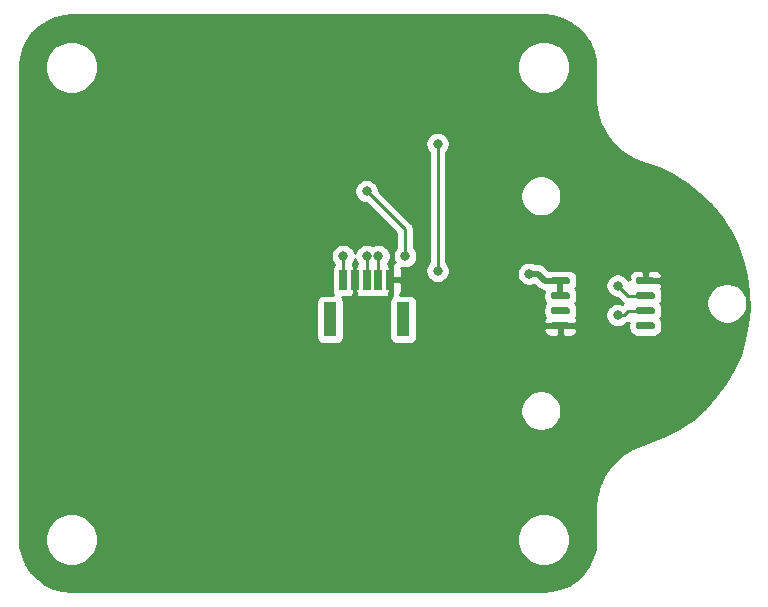
<source format=gbr>
%TF.GenerationSoftware,KiCad,Pcbnew,(5.1.6)-1*%
%TF.CreationDate,2021-12-10T22:34:56-05:00*%
%TF.ProjectId,base,62617365-2e6b-4696-9361-645f70636258,rev?*%
%TF.SameCoordinates,Original*%
%TF.FileFunction,Copper,L1,Top*%
%TF.FilePolarity,Positive*%
%FSLAX46Y46*%
G04 Gerber Fmt 4.6, Leading zero omitted, Abs format (unit mm)*
G04 Created by KiCad (PCBNEW (5.1.6)-1) date 2021-12-10 22:34:56*
%MOMM*%
%LPD*%
G01*
G04 APERTURE LIST*
%TA.AperFunction,SMDPad,CuDef*%
%ADD10R,1.092200X2.895600*%
%TD*%
%TA.AperFunction,SMDPad,CuDef*%
%ADD11R,0.660400X1.701800*%
%TD*%
%TA.AperFunction,ViaPad*%
%ADD12C,0.800000*%
%TD*%
%TA.AperFunction,Conductor*%
%ADD13C,0.500000*%
%TD*%
%TA.AperFunction,Conductor*%
%ADD14C,0.250000*%
%TD*%
%TA.AperFunction,Conductor*%
%ADD15C,0.254000*%
%TD*%
G04 APERTURE END LIST*
D10*
%TO.P,J1,7*%
%TO.N,N/C*%
X150099999Y-97373501D03*
%TO.P,J1,6*%
X143900001Y-97373501D03*
D11*
%TO.P,J1,5*%
%TO.N,+3V3*%
X144999999Y-94023500D03*
%TO.P,J1,4*%
%TO.N,GND*%
X145999999Y-94023500D03*
%TO.P,J1,3*%
%TO.N,SCL*%
X147000000Y-94023500D03*
%TO.P,J1,2*%
%TO.N,SDA2*%
X148000001Y-94023500D03*
%TO.P,J1,1*%
%TO.N,GND*%
X149000001Y-94023500D03*
%TD*%
%TO.P,U3,1*%
%TO.N,+3V3*%
%TA.AperFunction,SMDPad,CuDef*%
G36*
G01*
X162600000Y-94245000D02*
X162600000Y-93945000D01*
G75*
G02*
X162750000Y-93795000I150000J0D01*
G01*
X164050000Y-93795000D01*
G75*
G02*
X164200000Y-93945000I0J-150000D01*
G01*
X164200000Y-94245000D01*
G75*
G02*
X164050000Y-94395000I-150000J0D01*
G01*
X162750000Y-94395000D01*
G75*
G02*
X162600000Y-94245000I0J150000D01*
G01*
G37*
%TD.AperFunction*%
%TO.P,U3,2*%
%TA.AperFunction,SMDPad,CuDef*%
G36*
G01*
X162600000Y-95515000D02*
X162600000Y-95215000D01*
G75*
G02*
X162750000Y-95065000I150000J0D01*
G01*
X164050000Y-95065000D01*
G75*
G02*
X164200000Y-95215000I0J-150000D01*
G01*
X164200000Y-95515000D01*
G75*
G02*
X164050000Y-95665000I-150000J0D01*
G01*
X162750000Y-95665000D01*
G75*
G02*
X162600000Y-95515000I0J150000D01*
G01*
G37*
%TD.AperFunction*%
%TO.P,U3,3*%
%TO.N,Net-(U3-Pad3)*%
%TA.AperFunction,SMDPad,CuDef*%
G36*
G01*
X162600000Y-96785000D02*
X162600000Y-96485000D01*
G75*
G02*
X162750000Y-96335000I150000J0D01*
G01*
X164050000Y-96335000D01*
G75*
G02*
X164200000Y-96485000I0J-150000D01*
G01*
X164200000Y-96785000D01*
G75*
G02*
X164050000Y-96935000I-150000J0D01*
G01*
X162750000Y-96935000D01*
G75*
G02*
X162600000Y-96785000I0J150000D01*
G01*
G37*
%TD.AperFunction*%
%TO.P,U3,4*%
%TO.N,GND*%
%TA.AperFunction,SMDPad,CuDef*%
G36*
G01*
X162600000Y-98055000D02*
X162600000Y-97755000D01*
G75*
G02*
X162750000Y-97605000I150000J0D01*
G01*
X164050000Y-97605000D01*
G75*
G02*
X164200000Y-97755000I0J-150000D01*
G01*
X164200000Y-98055000D01*
G75*
G02*
X164050000Y-98205000I-150000J0D01*
G01*
X162750000Y-98205000D01*
G75*
G02*
X162600000Y-98055000I0J150000D01*
G01*
G37*
%TD.AperFunction*%
%TO.P,U3,5*%
%TO.N,Net-(U3-Pad5)*%
%TA.AperFunction,SMDPad,CuDef*%
G36*
G01*
X169800000Y-98055000D02*
X169800000Y-97755000D01*
G75*
G02*
X169950000Y-97605000I150000J0D01*
G01*
X171250000Y-97605000D01*
G75*
G02*
X171400000Y-97755000I0J-150000D01*
G01*
X171400000Y-98055000D01*
G75*
G02*
X171250000Y-98205000I-150000J0D01*
G01*
X169950000Y-98205000D01*
G75*
G02*
X169800000Y-98055000I0J150000D01*
G01*
G37*
%TD.AperFunction*%
%TO.P,U3,6*%
%TO.N,SDA1*%
%TA.AperFunction,SMDPad,CuDef*%
G36*
G01*
X169800000Y-96785000D02*
X169800000Y-96485000D01*
G75*
G02*
X169950000Y-96335000I150000J0D01*
G01*
X171250000Y-96335000D01*
G75*
G02*
X171400000Y-96485000I0J-150000D01*
G01*
X171400000Y-96785000D01*
G75*
G02*
X171250000Y-96935000I-150000J0D01*
G01*
X169950000Y-96935000D01*
G75*
G02*
X169800000Y-96785000I0J150000D01*
G01*
G37*
%TD.AperFunction*%
%TO.P,U3,7*%
%TO.N,SCL*%
%TA.AperFunction,SMDPad,CuDef*%
G36*
G01*
X169800000Y-95515000D02*
X169800000Y-95215000D01*
G75*
G02*
X169950000Y-95065000I150000J0D01*
G01*
X171250000Y-95065000D01*
G75*
G02*
X171400000Y-95215000I0J-150000D01*
G01*
X171400000Y-95515000D01*
G75*
G02*
X171250000Y-95665000I-150000J0D01*
G01*
X169950000Y-95665000D01*
G75*
G02*
X169800000Y-95515000I0J150000D01*
G01*
G37*
%TD.AperFunction*%
%TO.P,U3,8*%
%TO.N,GND*%
%TA.AperFunction,SMDPad,CuDef*%
G36*
G01*
X169800000Y-94245000D02*
X169800000Y-93945000D01*
G75*
G02*
X169950000Y-93795000I150000J0D01*
G01*
X171250000Y-93795000D01*
G75*
G02*
X171400000Y-93945000I0J-150000D01*
G01*
X171400000Y-94245000D01*
G75*
G02*
X171250000Y-94395000I-150000J0D01*
G01*
X169950000Y-94395000D01*
G75*
G02*
X169800000Y-94245000I0J150000D01*
G01*
G37*
%TD.AperFunction*%
%TD*%
D12*
%TO.N,+3V3*%
X145000000Y-92000000D03*
X160750000Y-93500000D03*
%TO.N,GND*%
X131000000Y-76250000D03*
X136250000Y-76250000D03*
X129500000Y-76250000D03*
X129500000Y-77750000D03*
X131000000Y-77750000D03*
X137750000Y-76250000D03*
X137750000Y-77750000D03*
X136250000Y-77750000D03*
X161000000Y-100000000D03*
X156250000Y-96000000D03*
%TO.N,SDA2*%
X148000000Y-92000000D03*
%TO.N,SCL*%
X147000000Y-92000000D03*
X168250020Y-94500000D03*
%TO.N,SDA1*%
X168250000Y-97000013D03*
%TO.N,SDA*%
X147000000Y-86500008D03*
X150249974Y-92000000D03*
%TO.N,SEL*%
X153000000Y-82500000D03*
X153000000Y-93250000D03*
%TD*%
D13*
%TO.N,+3V3*%
X163400000Y-95365000D02*
X163400000Y-94095000D01*
D14*
X144999999Y-94023500D02*
X145000000Y-92000000D01*
D13*
X163400000Y-94095000D02*
X162095000Y-94095000D01*
X161500000Y-93500000D02*
X160750000Y-93500000D01*
X162095000Y-94095000D02*
X161500000Y-93500000D01*
D14*
%TO.N,SDA2*%
X148000001Y-94023500D02*
X148000001Y-92000001D01*
X148000001Y-92000001D02*
X148000000Y-92000000D01*
%TO.N,SCL*%
X147000000Y-92000000D02*
X147000000Y-94023500D01*
X169115020Y-95365000D02*
X168250020Y-94500000D01*
X170600000Y-95365000D02*
X169115020Y-95365000D01*
%TO.N,SDA1*%
X168749987Y-97000013D02*
X168250000Y-97000013D01*
X170600000Y-96635000D02*
X169115000Y-96635000D01*
X169115000Y-96635000D02*
X168749987Y-97000013D01*
%TO.N,SDA*%
X150249974Y-89749982D02*
X150249974Y-92000000D01*
X147000000Y-86500008D02*
X150249974Y-89749982D01*
%TO.N,SEL*%
X153000000Y-82500000D02*
X153000000Y-93250000D01*
%TD*%
D15*
%TO.N,GND*%
G36*
X162772528Y-71706470D02*
G01*
X163520635Y-71911129D01*
X164220682Y-72245035D01*
X164850532Y-72697628D01*
X165390281Y-73254605D01*
X165822866Y-73898360D01*
X166134617Y-74608548D01*
X166316850Y-75367600D01*
X166365001Y-76023302D01*
X166365000Y-78739575D01*
X166365673Y-78746407D01*
X166369802Y-78937771D01*
X166370295Y-78942211D01*
X166375192Y-79007753D01*
X166492336Y-79888943D01*
X166496718Y-79908431D01*
X166498832Y-79928302D01*
X166517102Y-79999089D01*
X166788439Y-80845608D01*
X166796205Y-80864017D01*
X166801803Y-80883195D01*
X166832320Y-80949627D01*
X167249275Y-81734718D01*
X167260174Y-81751455D01*
X167269083Y-81769345D01*
X167310882Y-81829323D01*
X167860275Y-82528170D01*
X167873969Y-82542716D01*
X167885902Y-82558741D01*
X167937661Y-82610370D01*
X168602128Y-83200883D01*
X168618179Y-83212772D01*
X168632762Y-83226432D01*
X168692846Y-83268079D01*
X169451381Y-83731593D01*
X169469286Y-83740453D01*
X169486057Y-83751314D01*
X169552566Y-83781663D01*
X170381194Y-84103526D01*
X170384663Y-84104529D01*
X170401468Y-84111006D01*
X171717078Y-84571150D01*
X172942730Y-85157795D01*
X174096608Y-85875396D01*
X175164760Y-86715274D01*
X176134306Y-87667299D01*
X176993525Y-88719966D01*
X177732045Y-89860567D01*
X178340943Y-91075322D01*
X178812858Y-92349544D01*
X179142101Y-93667872D01*
X179324690Y-95014361D01*
X179358419Y-96372753D01*
X179242883Y-97726636D01*
X178979473Y-99059684D01*
X178571379Y-100355760D01*
X178023526Y-101599226D01*
X177342519Y-102775084D01*
X176536604Y-103869094D01*
X175615504Y-104868062D01*
X174590340Y-105759927D01*
X173473507Y-106533905D01*
X172278480Y-107180657D01*
X171010806Y-107695984D01*
X170420652Y-107882624D01*
X170215694Y-107946712D01*
X170211570Y-107948417D01*
X170149965Y-107971329D01*
X169335995Y-108328637D01*
X169318485Y-108338263D01*
X169299990Y-108345811D01*
X169237064Y-108383025D01*
X168499230Y-108878828D01*
X168483704Y-108891401D01*
X168466834Y-108902107D01*
X168411493Y-108949876D01*
X167773120Y-109568503D01*
X167760066Y-109583626D01*
X167745359Y-109597150D01*
X167699352Y-109653964D01*
X167180617Y-110375860D01*
X167170448Y-110393055D01*
X167158367Y-110408971D01*
X167123148Y-110473035D01*
X166740448Y-111275381D01*
X166733483Y-111294110D01*
X166724414Y-111311909D01*
X166701096Y-111381197D01*
X166466528Y-112238633D01*
X166462991Y-112258292D01*
X166457215Y-112277422D01*
X166446536Y-112349744D01*
X166367761Y-113232401D01*
X166365001Y-113260424D01*
X166365000Y-115971721D01*
X166293530Y-116772528D01*
X166088871Y-117520636D01*
X165754965Y-118220682D01*
X165302372Y-118850532D01*
X164745395Y-119390281D01*
X164101637Y-119822867D01*
X163391452Y-120134617D01*
X162632400Y-120316850D01*
X161976712Y-120365000D01*
X122028290Y-120365000D01*
X121227472Y-120293529D01*
X120479364Y-120088870D01*
X119779318Y-119754964D01*
X119149469Y-119302372D01*
X118609722Y-118745397D01*
X118177132Y-118101635D01*
X117865384Y-117391453D01*
X117683151Y-116632400D01*
X117635000Y-115976698D01*
X117635000Y-115778971D01*
X119755858Y-115778971D01*
X119755858Y-116221029D01*
X119842100Y-116654592D01*
X120011268Y-117063000D01*
X120256861Y-117430557D01*
X120569443Y-117743139D01*
X120937000Y-117988732D01*
X121345408Y-118157900D01*
X121778971Y-118244142D01*
X122221029Y-118244142D01*
X122654592Y-118157900D01*
X123063000Y-117988732D01*
X123430557Y-117743139D01*
X123743139Y-117430557D01*
X123988732Y-117063000D01*
X124157900Y-116654592D01*
X124244142Y-116221029D01*
X124244142Y-115778971D01*
X159755857Y-115778971D01*
X159755857Y-116221029D01*
X159842099Y-116654592D01*
X160011267Y-117063000D01*
X160256861Y-117430557D01*
X160569443Y-117743139D01*
X160937000Y-117988733D01*
X161345408Y-118157901D01*
X161778971Y-118244143D01*
X162221029Y-118244143D01*
X162654592Y-118157901D01*
X163063000Y-117988733D01*
X163430557Y-117743139D01*
X163743139Y-117430557D01*
X163988733Y-117063000D01*
X164157901Y-116654592D01*
X164244143Y-116221029D01*
X164244143Y-115778971D01*
X164157901Y-115345408D01*
X163988733Y-114937000D01*
X163743139Y-114569443D01*
X163430557Y-114256861D01*
X163063000Y-114011267D01*
X162654592Y-113842099D01*
X162221029Y-113755857D01*
X161778971Y-113755857D01*
X161345408Y-113842099D01*
X160937000Y-114011267D01*
X160569443Y-114256861D01*
X160256861Y-114569443D01*
X160011267Y-114937000D01*
X159842099Y-115345408D01*
X159755857Y-115778971D01*
X124244142Y-115778971D01*
X124157900Y-115345408D01*
X123988732Y-114937000D01*
X123743139Y-114569443D01*
X123430557Y-114256861D01*
X123063000Y-114011268D01*
X122654592Y-113842100D01*
X122221029Y-113755858D01*
X121778971Y-113755858D01*
X121345408Y-113842100D01*
X120937000Y-114011268D01*
X120569443Y-114256861D01*
X120256861Y-114569443D01*
X120011268Y-114937000D01*
X119842100Y-115345408D01*
X119755858Y-115778971D01*
X117635000Y-115778971D01*
X117635000Y-104922383D01*
X160015000Y-104922383D01*
X160015000Y-105264149D01*
X160081675Y-105599347D01*
X160212463Y-105915097D01*
X160402337Y-106199264D01*
X160644002Y-106440929D01*
X160928169Y-106630803D01*
X161243919Y-106761591D01*
X161579117Y-106828266D01*
X161920883Y-106828266D01*
X162256081Y-106761591D01*
X162571831Y-106630803D01*
X162855998Y-106440929D01*
X163097663Y-106199264D01*
X163287537Y-105915097D01*
X163418325Y-105599347D01*
X163485000Y-105264149D01*
X163485000Y-104922383D01*
X163418325Y-104587185D01*
X163287537Y-104271435D01*
X163097663Y-103987268D01*
X162855998Y-103745603D01*
X162571831Y-103555729D01*
X162256081Y-103424941D01*
X161920883Y-103358266D01*
X161579117Y-103358266D01*
X161243919Y-103424941D01*
X160928169Y-103555729D01*
X160644002Y-103745603D01*
X160402337Y-103987268D01*
X160212463Y-104271435D01*
X160081675Y-104587185D01*
X160015000Y-104922383D01*
X117635000Y-104922383D01*
X117635000Y-95925701D01*
X142715829Y-95925701D01*
X142715829Y-98821301D01*
X142728089Y-98945783D01*
X142764399Y-99065481D01*
X142823364Y-99175795D01*
X142902716Y-99272486D01*
X142999407Y-99351838D01*
X143109721Y-99410803D01*
X143229419Y-99447113D01*
X143353901Y-99459373D01*
X144446101Y-99459373D01*
X144570583Y-99447113D01*
X144690281Y-99410803D01*
X144800595Y-99351838D01*
X144897286Y-99272486D01*
X144976638Y-99175795D01*
X145035603Y-99065481D01*
X145071913Y-98945783D01*
X145084173Y-98821301D01*
X145084173Y-95925701D01*
X148915827Y-95925701D01*
X148915827Y-98821301D01*
X148928087Y-98945783D01*
X148964397Y-99065481D01*
X149023362Y-99175795D01*
X149102714Y-99272486D01*
X149199405Y-99351838D01*
X149309719Y-99410803D01*
X149429417Y-99447113D01*
X149553899Y-99459373D01*
X150646099Y-99459373D01*
X150770581Y-99447113D01*
X150890279Y-99410803D01*
X151000593Y-99351838D01*
X151097284Y-99272486D01*
X151176636Y-99175795D01*
X151235601Y-99065481D01*
X151271911Y-98945783D01*
X151284171Y-98821301D01*
X151284171Y-98205000D01*
X161961928Y-98205000D01*
X161974188Y-98329482D01*
X162010498Y-98449180D01*
X162069463Y-98559494D01*
X162148815Y-98656185D01*
X162245506Y-98735537D01*
X162355820Y-98794502D01*
X162475518Y-98830812D01*
X162600000Y-98843072D01*
X163114250Y-98840000D01*
X163273000Y-98681250D01*
X163273000Y-98032000D01*
X163527000Y-98032000D01*
X163527000Y-98681250D01*
X163685750Y-98840000D01*
X164200000Y-98843072D01*
X164324482Y-98830812D01*
X164444180Y-98794502D01*
X164554494Y-98735537D01*
X164651185Y-98656185D01*
X164730537Y-98559494D01*
X164789502Y-98449180D01*
X164825812Y-98329482D01*
X164838072Y-98205000D01*
X164835000Y-98190750D01*
X164676250Y-98032000D01*
X163527000Y-98032000D01*
X163273000Y-98032000D01*
X162123750Y-98032000D01*
X161965000Y-98190750D01*
X161961928Y-98205000D01*
X151284171Y-98205000D01*
X151284171Y-95925701D01*
X151271911Y-95801219D01*
X151235601Y-95681521D01*
X151176636Y-95571207D01*
X151097284Y-95474516D01*
X151000593Y-95395164D01*
X150890279Y-95336199D01*
X150770581Y-95299889D01*
X150646099Y-95287629D01*
X149812536Y-95287629D01*
X149860738Y-95228894D01*
X149919703Y-95118580D01*
X149956013Y-94998882D01*
X149968273Y-94874400D01*
X149965201Y-94309250D01*
X149806451Y-94150500D01*
X149127001Y-94150500D01*
X149127001Y-95350650D01*
X149184087Y-95407736D01*
X149102714Y-95474516D01*
X149023362Y-95571207D01*
X148964397Y-95681521D01*
X148928087Y-95801219D01*
X148915827Y-95925701D01*
X145084173Y-95925701D01*
X145071913Y-95801219D01*
X145035603Y-95681521D01*
X144976638Y-95571207D01*
X144928436Y-95512472D01*
X145330199Y-95512472D01*
X145454681Y-95500212D01*
X145499999Y-95486465D01*
X145545317Y-95500212D01*
X145669799Y-95512472D01*
X145714249Y-95509400D01*
X145872999Y-95350650D01*
X145872999Y-95205952D01*
X145919701Y-95118580D01*
X145956011Y-94998882D01*
X145968271Y-94874400D01*
X145968271Y-93172600D01*
X145956011Y-93048118D01*
X145919701Y-92928420D01*
X145872999Y-92841048D01*
X145872999Y-92696350D01*
X145816949Y-92640300D01*
X145917205Y-92490256D01*
X145995226Y-92301898D01*
X146000000Y-92277897D01*
X146004774Y-92301898D01*
X146082795Y-92490256D01*
X146183050Y-92640299D01*
X146126999Y-92696350D01*
X146126999Y-92841050D01*
X146080298Y-92928420D01*
X146043988Y-93048118D01*
X146031728Y-93172600D01*
X146031728Y-94874400D01*
X146043988Y-94998882D01*
X146080298Y-95118580D01*
X146126999Y-95205950D01*
X146126999Y-95350650D01*
X146285749Y-95509400D01*
X146330199Y-95512472D01*
X146454681Y-95500212D01*
X146500000Y-95486465D01*
X146545318Y-95500212D01*
X146669800Y-95512472D01*
X147330200Y-95512472D01*
X147454682Y-95500212D01*
X147500001Y-95486465D01*
X147545319Y-95500212D01*
X147669801Y-95512472D01*
X148330201Y-95512472D01*
X148454683Y-95500212D01*
X148500001Y-95486465D01*
X148545319Y-95500212D01*
X148669801Y-95512472D01*
X148714251Y-95509400D01*
X148873001Y-95350650D01*
X148873001Y-95205952D01*
X148919703Y-95118580D01*
X148956013Y-94998882D01*
X148968273Y-94874400D01*
X148968273Y-93172600D01*
X148956013Y-93048118D01*
X148919703Y-92928420D01*
X148873001Y-92841048D01*
X148873001Y-92696350D01*
X148816950Y-92640299D01*
X148917205Y-92490256D01*
X148995226Y-92301898D01*
X149035000Y-92101939D01*
X149035000Y-91898061D01*
X148995226Y-91698102D01*
X148917205Y-91509744D01*
X148803937Y-91340226D01*
X148659774Y-91196063D01*
X148490256Y-91082795D01*
X148301898Y-91004774D01*
X148101939Y-90965000D01*
X147898061Y-90965000D01*
X147698102Y-91004774D01*
X147509744Y-91082795D01*
X147500000Y-91089306D01*
X147490256Y-91082795D01*
X147301898Y-91004774D01*
X147101939Y-90965000D01*
X146898061Y-90965000D01*
X146698102Y-91004774D01*
X146509744Y-91082795D01*
X146340226Y-91196063D01*
X146196063Y-91340226D01*
X146082795Y-91509744D01*
X146004774Y-91698102D01*
X146000000Y-91722103D01*
X145995226Y-91698102D01*
X145917205Y-91509744D01*
X145803937Y-91340226D01*
X145659774Y-91196063D01*
X145490256Y-91082795D01*
X145301898Y-91004774D01*
X145101939Y-90965000D01*
X144898061Y-90965000D01*
X144698102Y-91004774D01*
X144509744Y-91082795D01*
X144340226Y-91196063D01*
X144196063Y-91340226D01*
X144082795Y-91509744D01*
X144004774Y-91698102D01*
X143965000Y-91898061D01*
X143965000Y-92101939D01*
X144004774Y-92301898D01*
X144082795Y-92490256D01*
X144196063Y-92659774D01*
X144240000Y-92703711D01*
X144240000Y-92703864D01*
X144218614Y-92721415D01*
X144139262Y-92818106D01*
X144080297Y-92928420D01*
X144043987Y-93048118D01*
X144031727Y-93172600D01*
X144031727Y-94874400D01*
X144043987Y-94998882D01*
X144080297Y-95118580D01*
X144139262Y-95228894D01*
X144187464Y-95287629D01*
X143353901Y-95287629D01*
X143229419Y-95299889D01*
X143109721Y-95336199D01*
X142999407Y-95395164D01*
X142902716Y-95474516D01*
X142823364Y-95571207D01*
X142764399Y-95681521D01*
X142728089Y-95801219D01*
X142715829Y-95925701D01*
X117635000Y-95925701D01*
X117635000Y-86398069D01*
X145965000Y-86398069D01*
X145965000Y-86601947D01*
X146004774Y-86801906D01*
X146082795Y-86990264D01*
X146196063Y-87159782D01*
X146340226Y-87303945D01*
X146509744Y-87417213D01*
X146698102Y-87495234D01*
X146898061Y-87535008D01*
X146960199Y-87535008D01*
X149489974Y-90064784D01*
X149489975Y-91296288D01*
X149446037Y-91340226D01*
X149332769Y-91509744D01*
X149254748Y-91698102D01*
X149214974Y-91898061D01*
X149214974Y-92101939D01*
X149254748Y-92301898D01*
X149332769Y-92490256D01*
X149364615Y-92537917D01*
X149330201Y-92534528D01*
X149285751Y-92537600D01*
X149127001Y-92696350D01*
X149127001Y-93896500D01*
X149806451Y-93896500D01*
X149965201Y-93737750D01*
X149968273Y-93172600D01*
X149956013Y-93048118D01*
X149938803Y-92991385D01*
X149948076Y-92995226D01*
X150148035Y-93035000D01*
X150351913Y-93035000D01*
X150551872Y-92995226D01*
X150740230Y-92917205D01*
X150909748Y-92803937D01*
X151053911Y-92659774D01*
X151167179Y-92490256D01*
X151245200Y-92301898D01*
X151284974Y-92101939D01*
X151284974Y-91898061D01*
X151245200Y-91698102D01*
X151167179Y-91509744D01*
X151053911Y-91340226D01*
X151009974Y-91296289D01*
X151009974Y-89787304D01*
X151013650Y-89749981D01*
X151009974Y-89712658D01*
X151009974Y-89712649D01*
X150998977Y-89600996D01*
X150955520Y-89457735D01*
X150884948Y-89325706D01*
X150789975Y-89209981D01*
X150760978Y-89186184D01*
X148035000Y-86460207D01*
X148035000Y-86398069D01*
X147995226Y-86198110D01*
X147917205Y-86009752D01*
X147803937Y-85840234D01*
X147659774Y-85696071D01*
X147490256Y-85582803D01*
X147301898Y-85504782D01*
X147101939Y-85465008D01*
X146898061Y-85465008D01*
X146698102Y-85504782D01*
X146509744Y-85582803D01*
X146340226Y-85696071D01*
X146196063Y-85840234D01*
X146082795Y-86009752D01*
X146004774Y-86198110D01*
X145965000Y-86398069D01*
X117635000Y-86398069D01*
X117635000Y-82398061D01*
X151965000Y-82398061D01*
X151965000Y-82601939D01*
X152004774Y-82801898D01*
X152082795Y-82990256D01*
X152196063Y-83159774D01*
X152240000Y-83203711D01*
X152240001Y-92546288D01*
X152196063Y-92590226D01*
X152082795Y-92759744D01*
X152004774Y-92948102D01*
X151965000Y-93148061D01*
X151965000Y-93351939D01*
X152004774Y-93551898D01*
X152082795Y-93740256D01*
X152196063Y-93909774D01*
X152340226Y-94053937D01*
X152509744Y-94167205D01*
X152698102Y-94245226D01*
X152898061Y-94285000D01*
X153101939Y-94285000D01*
X153301898Y-94245226D01*
X153490256Y-94167205D01*
X153659774Y-94053937D01*
X153803937Y-93909774D01*
X153917205Y-93740256D01*
X153995226Y-93551898D01*
X154025825Y-93398061D01*
X159715000Y-93398061D01*
X159715000Y-93601939D01*
X159754774Y-93801898D01*
X159832795Y-93990256D01*
X159946063Y-94159774D01*
X160090226Y-94303937D01*
X160259744Y-94417205D01*
X160448102Y-94495226D01*
X160648061Y-94535000D01*
X160851939Y-94535000D01*
X161051898Y-94495226D01*
X161187485Y-94439063D01*
X161438466Y-94690044D01*
X161466183Y-94723817D01*
X161600941Y-94834411D01*
X161754687Y-94916589D01*
X161921510Y-94967195D01*
X162003164Y-94975237D01*
X161977071Y-95061255D01*
X161961928Y-95215000D01*
X161961928Y-95515000D01*
X161977071Y-95668745D01*
X162021916Y-95816582D01*
X162094742Y-95952829D01*
X162133454Y-96000000D01*
X162094742Y-96047171D01*
X162021916Y-96183418D01*
X161977071Y-96331255D01*
X161961928Y-96485000D01*
X161961928Y-96785000D01*
X161977071Y-96938745D01*
X162021916Y-97086582D01*
X162093730Y-97220936D01*
X162069463Y-97250506D01*
X162010498Y-97360820D01*
X161974188Y-97480518D01*
X161961928Y-97605000D01*
X161965000Y-97619250D01*
X162123750Y-97778000D01*
X163273000Y-97778000D01*
X163273000Y-97758000D01*
X163527000Y-97758000D01*
X163527000Y-97778000D01*
X164676250Y-97778000D01*
X164835000Y-97619250D01*
X164838072Y-97605000D01*
X164825812Y-97480518D01*
X164789502Y-97360820D01*
X164730537Y-97250506D01*
X164706270Y-97220936D01*
X164778084Y-97086582D01*
X164822929Y-96938745D01*
X164826934Y-96898074D01*
X167215000Y-96898074D01*
X167215000Y-97101952D01*
X167254774Y-97301911D01*
X167332795Y-97490269D01*
X167446063Y-97659787D01*
X167590226Y-97803950D01*
X167759744Y-97917218D01*
X167948102Y-97995239D01*
X168148061Y-98035013D01*
X168351939Y-98035013D01*
X168551898Y-97995239D01*
X168740256Y-97917218D01*
X168909774Y-97803950D01*
X168993331Y-97720393D01*
X169042234Y-97705559D01*
X169173720Y-97635277D01*
X169161928Y-97755000D01*
X169161928Y-98055000D01*
X169177071Y-98208745D01*
X169221916Y-98356582D01*
X169294742Y-98492829D01*
X169392749Y-98612251D01*
X169512171Y-98710258D01*
X169648418Y-98783084D01*
X169796255Y-98827929D01*
X169950000Y-98843072D01*
X171250000Y-98843072D01*
X171403745Y-98827929D01*
X171551582Y-98783084D01*
X171687829Y-98710258D01*
X171807251Y-98612251D01*
X171905258Y-98492829D01*
X171978084Y-98356582D01*
X172022929Y-98208745D01*
X172038072Y-98055000D01*
X172038072Y-97755000D01*
X172022929Y-97601255D01*
X171978084Y-97453418D01*
X171905258Y-97317171D01*
X171866546Y-97270000D01*
X171905258Y-97222829D01*
X171978084Y-97086582D01*
X172022929Y-96938745D01*
X172038072Y-96785000D01*
X172038072Y-96485000D01*
X172022929Y-96331255D01*
X171978084Y-96183418D01*
X171905258Y-96047171D01*
X171866546Y-96000000D01*
X171905258Y-95952829D01*
X171971383Y-95829117D01*
X175765000Y-95829117D01*
X175765000Y-96170883D01*
X175831675Y-96506081D01*
X175962463Y-96821831D01*
X176152337Y-97105998D01*
X176394002Y-97347663D01*
X176678169Y-97537537D01*
X176993919Y-97668325D01*
X177329117Y-97735000D01*
X177670883Y-97735000D01*
X178006081Y-97668325D01*
X178321831Y-97537537D01*
X178605998Y-97347663D01*
X178847663Y-97105998D01*
X179037537Y-96821831D01*
X179168325Y-96506081D01*
X179235000Y-96170883D01*
X179235000Y-95829117D01*
X179168325Y-95493919D01*
X179037537Y-95178169D01*
X178847663Y-94894002D01*
X178605998Y-94652337D01*
X178321831Y-94462463D01*
X178006081Y-94331675D01*
X177670883Y-94265000D01*
X177329117Y-94265000D01*
X176993919Y-94331675D01*
X176678169Y-94462463D01*
X176394002Y-94652337D01*
X176152337Y-94894002D01*
X175962463Y-95178169D01*
X175831675Y-95493919D01*
X175765000Y-95829117D01*
X171971383Y-95829117D01*
X171978084Y-95816582D01*
X172022929Y-95668745D01*
X172038072Y-95515000D01*
X172038072Y-95215000D01*
X172022929Y-95061255D01*
X171978084Y-94913418D01*
X171906270Y-94779064D01*
X171930537Y-94749494D01*
X171989502Y-94639180D01*
X172025812Y-94519482D01*
X172038072Y-94395000D01*
X172035000Y-94380750D01*
X171876250Y-94222000D01*
X170727000Y-94222000D01*
X170727000Y-94242000D01*
X170473000Y-94242000D01*
X170473000Y-94222000D01*
X170453000Y-94222000D01*
X170453000Y-93968000D01*
X170473000Y-93968000D01*
X170473000Y-93318750D01*
X170727000Y-93318750D01*
X170727000Y-93968000D01*
X171876250Y-93968000D01*
X172035000Y-93809250D01*
X172038072Y-93795000D01*
X172025812Y-93670518D01*
X171989502Y-93550820D01*
X171930537Y-93440506D01*
X171851185Y-93343815D01*
X171754494Y-93264463D01*
X171644180Y-93205498D01*
X171524482Y-93169188D01*
X171400000Y-93156928D01*
X170885750Y-93160000D01*
X170727000Y-93318750D01*
X170473000Y-93318750D01*
X170314250Y-93160000D01*
X169800000Y-93156928D01*
X169675518Y-93169188D01*
X169555820Y-93205498D01*
X169445506Y-93264463D01*
X169348815Y-93343815D01*
X169269463Y-93440506D01*
X169210498Y-93550820D01*
X169174188Y-93670518D01*
X169161928Y-93795000D01*
X169165000Y-93809250D01*
X169323748Y-93967998D01*
X169165000Y-93967998D01*
X169165000Y-94006414D01*
X169053957Y-93840226D01*
X168909794Y-93696063D01*
X168740276Y-93582795D01*
X168551918Y-93504774D01*
X168351959Y-93465000D01*
X168148081Y-93465000D01*
X167948122Y-93504774D01*
X167759764Y-93582795D01*
X167590246Y-93696063D01*
X167446083Y-93840226D01*
X167332815Y-94009744D01*
X167254794Y-94198102D01*
X167215020Y-94398061D01*
X167215020Y-94601939D01*
X167254794Y-94801898D01*
X167332815Y-94990256D01*
X167446083Y-95159774D01*
X167590246Y-95303937D01*
X167759764Y-95417205D01*
X167948122Y-95495226D01*
X168148081Y-95535000D01*
X168210218Y-95535000D01*
X168551221Y-95876003D01*
X168575019Y-95905001D01*
X168690744Y-95999974D01*
X168690783Y-95999995D01*
X168690724Y-96000026D01*
X168640303Y-96041406D01*
X168551898Y-96004787D01*
X168351939Y-95965013D01*
X168148061Y-95965013D01*
X167948102Y-96004787D01*
X167759744Y-96082808D01*
X167590226Y-96196076D01*
X167446063Y-96340239D01*
X167332795Y-96509757D01*
X167254774Y-96698115D01*
X167215000Y-96898074D01*
X164826934Y-96898074D01*
X164838072Y-96785000D01*
X164838072Y-96485000D01*
X164822929Y-96331255D01*
X164778084Y-96183418D01*
X164705258Y-96047171D01*
X164666546Y-96000000D01*
X164705258Y-95952829D01*
X164778084Y-95816582D01*
X164822929Y-95668745D01*
X164838072Y-95515000D01*
X164838072Y-95215000D01*
X164822929Y-95061255D01*
X164778084Y-94913418D01*
X164705258Y-94777171D01*
X164666546Y-94730000D01*
X164705258Y-94682829D01*
X164778084Y-94546582D01*
X164822929Y-94398745D01*
X164838072Y-94245000D01*
X164838072Y-93945000D01*
X164822929Y-93791255D01*
X164778084Y-93643418D01*
X164705258Y-93507171D01*
X164607251Y-93387749D01*
X164487829Y-93289742D01*
X164351582Y-93216916D01*
X164203745Y-93172071D01*
X164050000Y-93156928D01*
X162750000Y-93156928D01*
X162596255Y-93172071D01*
X162471217Y-93210000D01*
X162461578Y-93210000D01*
X162156534Y-92904956D01*
X162128817Y-92871183D01*
X161994059Y-92760589D01*
X161840313Y-92678411D01*
X161673490Y-92627805D01*
X161543477Y-92615000D01*
X161543469Y-92615000D01*
X161500000Y-92610719D01*
X161456531Y-92615000D01*
X161288454Y-92615000D01*
X161240256Y-92582795D01*
X161051898Y-92504774D01*
X160851939Y-92465000D01*
X160648061Y-92465000D01*
X160448102Y-92504774D01*
X160259744Y-92582795D01*
X160090226Y-92696063D01*
X159946063Y-92840226D01*
X159832795Y-93009744D01*
X159754774Y-93198102D01*
X159715000Y-93398061D01*
X154025825Y-93398061D01*
X154035000Y-93351939D01*
X154035000Y-93148061D01*
X153995226Y-92948102D01*
X153917205Y-92759744D01*
X153803937Y-92590226D01*
X153760000Y-92546289D01*
X153760000Y-86735851D01*
X160015000Y-86735851D01*
X160015000Y-87077617D01*
X160081675Y-87412815D01*
X160212463Y-87728565D01*
X160402337Y-88012732D01*
X160644002Y-88254397D01*
X160928169Y-88444271D01*
X161243919Y-88575059D01*
X161579117Y-88641734D01*
X161920883Y-88641734D01*
X162256081Y-88575059D01*
X162571831Y-88444271D01*
X162855998Y-88254397D01*
X163097663Y-88012732D01*
X163287537Y-87728565D01*
X163418325Y-87412815D01*
X163485000Y-87077617D01*
X163485000Y-86735851D01*
X163418325Y-86400653D01*
X163287537Y-86084903D01*
X163097663Y-85800736D01*
X162855998Y-85559071D01*
X162571831Y-85369197D01*
X162256081Y-85238409D01*
X161920883Y-85171734D01*
X161579117Y-85171734D01*
X161243919Y-85238409D01*
X160928169Y-85369197D01*
X160644002Y-85559071D01*
X160402337Y-85800736D01*
X160212463Y-86084903D01*
X160081675Y-86400653D01*
X160015000Y-86735851D01*
X153760000Y-86735851D01*
X153760000Y-83203711D01*
X153803937Y-83159774D01*
X153917205Y-82990256D01*
X153995226Y-82801898D01*
X154035000Y-82601939D01*
X154035000Y-82398061D01*
X153995226Y-82198102D01*
X153917205Y-82009744D01*
X153803937Y-81840226D01*
X153659774Y-81696063D01*
X153490256Y-81582795D01*
X153301898Y-81504774D01*
X153101939Y-81465000D01*
X152898061Y-81465000D01*
X152698102Y-81504774D01*
X152509744Y-81582795D01*
X152340226Y-81696063D01*
X152196063Y-81840226D01*
X152082795Y-82009744D01*
X152004774Y-82198102D01*
X151965000Y-82398061D01*
X117635000Y-82398061D01*
X117635000Y-76028290D01*
X117657251Y-75778971D01*
X119755858Y-75778971D01*
X119755858Y-76221029D01*
X119842100Y-76654592D01*
X120011268Y-77063000D01*
X120256861Y-77430557D01*
X120569443Y-77743139D01*
X120937000Y-77988732D01*
X121345408Y-78157900D01*
X121778971Y-78244142D01*
X122221029Y-78244142D01*
X122654592Y-78157900D01*
X123063000Y-77988732D01*
X123430557Y-77743139D01*
X123743139Y-77430557D01*
X123988732Y-77063000D01*
X124157900Y-76654592D01*
X124244142Y-76221029D01*
X124244142Y-75778971D01*
X159755857Y-75778971D01*
X159755857Y-76221029D01*
X159842099Y-76654592D01*
X160011267Y-77063000D01*
X160256861Y-77430557D01*
X160569443Y-77743139D01*
X160937000Y-77988733D01*
X161345408Y-78157901D01*
X161778971Y-78244143D01*
X162221029Y-78244143D01*
X162654592Y-78157901D01*
X163063000Y-77988733D01*
X163430557Y-77743139D01*
X163743139Y-77430557D01*
X163988733Y-77063000D01*
X164157901Y-76654592D01*
X164244143Y-76221029D01*
X164244143Y-75778971D01*
X164157901Y-75345408D01*
X163988733Y-74937000D01*
X163743139Y-74569443D01*
X163430557Y-74256861D01*
X163063000Y-74011267D01*
X162654592Y-73842099D01*
X162221029Y-73755857D01*
X161778971Y-73755857D01*
X161345408Y-73842099D01*
X160937000Y-74011267D01*
X160569443Y-74256861D01*
X160256861Y-74569443D01*
X160011267Y-74937000D01*
X159842099Y-75345408D01*
X159755857Y-75778971D01*
X124244142Y-75778971D01*
X124157900Y-75345408D01*
X123988732Y-74937000D01*
X123743139Y-74569443D01*
X123430557Y-74256861D01*
X123063000Y-74011268D01*
X122654592Y-73842100D01*
X122221029Y-73755858D01*
X121778971Y-73755858D01*
X121345408Y-73842100D01*
X120937000Y-74011268D01*
X120569443Y-74256861D01*
X120256861Y-74569443D01*
X120011268Y-74937000D01*
X119842100Y-75345408D01*
X119755858Y-75778971D01*
X117657251Y-75778971D01*
X117706471Y-75227472D01*
X117911130Y-74479365D01*
X118245036Y-73779317D01*
X118697628Y-73149468D01*
X119254604Y-72609722D01*
X119898361Y-72177134D01*
X120608549Y-71865384D01*
X121367600Y-71683151D01*
X122023302Y-71635000D01*
X161971721Y-71635000D01*
X162772528Y-71706470D01*
G37*
X162772528Y-71706470D02*
X163520635Y-71911129D01*
X164220682Y-72245035D01*
X164850532Y-72697628D01*
X165390281Y-73254605D01*
X165822866Y-73898360D01*
X166134617Y-74608548D01*
X166316850Y-75367600D01*
X166365001Y-76023302D01*
X166365000Y-78739575D01*
X166365673Y-78746407D01*
X166369802Y-78937771D01*
X166370295Y-78942211D01*
X166375192Y-79007753D01*
X166492336Y-79888943D01*
X166496718Y-79908431D01*
X166498832Y-79928302D01*
X166517102Y-79999089D01*
X166788439Y-80845608D01*
X166796205Y-80864017D01*
X166801803Y-80883195D01*
X166832320Y-80949627D01*
X167249275Y-81734718D01*
X167260174Y-81751455D01*
X167269083Y-81769345D01*
X167310882Y-81829323D01*
X167860275Y-82528170D01*
X167873969Y-82542716D01*
X167885902Y-82558741D01*
X167937661Y-82610370D01*
X168602128Y-83200883D01*
X168618179Y-83212772D01*
X168632762Y-83226432D01*
X168692846Y-83268079D01*
X169451381Y-83731593D01*
X169469286Y-83740453D01*
X169486057Y-83751314D01*
X169552566Y-83781663D01*
X170381194Y-84103526D01*
X170384663Y-84104529D01*
X170401468Y-84111006D01*
X171717078Y-84571150D01*
X172942730Y-85157795D01*
X174096608Y-85875396D01*
X175164760Y-86715274D01*
X176134306Y-87667299D01*
X176993525Y-88719966D01*
X177732045Y-89860567D01*
X178340943Y-91075322D01*
X178812858Y-92349544D01*
X179142101Y-93667872D01*
X179324690Y-95014361D01*
X179358419Y-96372753D01*
X179242883Y-97726636D01*
X178979473Y-99059684D01*
X178571379Y-100355760D01*
X178023526Y-101599226D01*
X177342519Y-102775084D01*
X176536604Y-103869094D01*
X175615504Y-104868062D01*
X174590340Y-105759927D01*
X173473507Y-106533905D01*
X172278480Y-107180657D01*
X171010806Y-107695984D01*
X170420652Y-107882624D01*
X170215694Y-107946712D01*
X170211570Y-107948417D01*
X170149965Y-107971329D01*
X169335995Y-108328637D01*
X169318485Y-108338263D01*
X169299990Y-108345811D01*
X169237064Y-108383025D01*
X168499230Y-108878828D01*
X168483704Y-108891401D01*
X168466834Y-108902107D01*
X168411493Y-108949876D01*
X167773120Y-109568503D01*
X167760066Y-109583626D01*
X167745359Y-109597150D01*
X167699352Y-109653964D01*
X167180617Y-110375860D01*
X167170448Y-110393055D01*
X167158367Y-110408971D01*
X167123148Y-110473035D01*
X166740448Y-111275381D01*
X166733483Y-111294110D01*
X166724414Y-111311909D01*
X166701096Y-111381197D01*
X166466528Y-112238633D01*
X166462991Y-112258292D01*
X166457215Y-112277422D01*
X166446536Y-112349744D01*
X166367761Y-113232401D01*
X166365001Y-113260424D01*
X166365000Y-115971721D01*
X166293530Y-116772528D01*
X166088871Y-117520636D01*
X165754965Y-118220682D01*
X165302372Y-118850532D01*
X164745395Y-119390281D01*
X164101637Y-119822867D01*
X163391452Y-120134617D01*
X162632400Y-120316850D01*
X161976712Y-120365000D01*
X122028290Y-120365000D01*
X121227472Y-120293529D01*
X120479364Y-120088870D01*
X119779318Y-119754964D01*
X119149469Y-119302372D01*
X118609722Y-118745397D01*
X118177132Y-118101635D01*
X117865384Y-117391453D01*
X117683151Y-116632400D01*
X117635000Y-115976698D01*
X117635000Y-115778971D01*
X119755858Y-115778971D01*
X119755858Y-116221029D01*
X119842100Y-116654592D01*
X120011268Y-117063000D01*
X120256861Y-117430557D01*
X120569443Y-117743139D01*
X120937000Y-117988732D01*
X121345408Y-118157900D01*
X121778971Y-118244142D01*
X122221029Y-118244142D01*
X122654592Y-118157900D01*
X123063000Y-117988732D01*
X123430557Y-117743139D01*
X123743139Y-117430557D01*
X123988732Y-117063000D01*
X124157900Y-116654592D01*
X124244142Y-116221029D01*
X124244142Y-115778971D01*
X159755857Y-115778971D01*
X159755857Y-116221029D01*
X159842099Y-116654592D01*
X160011267Y-117063000D01*
X160256861Y-117430557D01*
X160569443Y-117743139D01*
X160937000Y-117988733D01*
X161345408Y-118157901D01*
X161778971Y-118244143D01*
X162221029Y-118244143D01*
X162654592Y-118157901D01*
X163063000Y-117988733D01*
X163430557Y-117743139D01*
X163743139Y-117430557D01*
X163988733Y-117063000D01*
X164157901Y-116654592D01*
X164244143Y-116221029D01*
X164244143Y-115778971D01*
X164157901Y-115345408D01*
X163988733Y-114937000D01*
X163743139Y-114569443D01*
X163430557Y-114256861D01*
X163063000Y-114011267D01*
X162654592Y-113842099D01*
X162221029Y-113755857D01*
X161778971Y-113755857D01*
X161345408Y-113842099D01*
X160937000Y-114011267D01*
X160569443Y-114256861D01*
X160256861Y-114569443D01*
X160011267Y-114937000D01*
X159842099Y-115345408D01*
X159755857Y-115778971D01*
X124244142Y-115778971D01*
X124157900Y-115345408D01*
X123988732Y-114937000D01*
X123743139Y-114569443D01*
X123430557Y-114256861D01*
X123063000Y-114011268D01*
X122654592Y-113842100D01*
X122221029Y-113755858D01*
X121778971Y-113755858D01*
X121345408Y-113842100D01*
X120937000Y-114011268D01*
X120569443Y-114256861D01*
X120256861Y-114569443D01*
X120011268Y-114937000D01*
X119842100Y-115345408D01*
X119755858Y-115778971D01*
X117635000Y-115778971D01*
X117635000Y-104922383D01*
X160015000Y-104922383D01*
X160015000Y-105264149D01*
X160081675Y-105599347D01*
X160212463Y-105915097D01*
X160402337Y-106199264D01*
X160644002Y-106440929D01*
X160928169Y-106630803D01*
X161243919Y-106761591D01*
X161579117Y-106828266D01*
X161920883Y-106828266D01*
X162256081Y-106761591D01*
X162571831Y-106630803D01*
X162855998Y-106440929D01*
X163097663Y-106199264D01*
X163287537Y-105915097D01*
X163418325Y-105599347D01*
X163485000Y-105264149D01*
X163485000Y-104922383D01*
X163418325Y-104587185D01*
X163287537Y-104271435D01*
X163097663Y-103987268D01*
X162855998Y-103745603D01*
X162571831Y-103555729D01*
X162256081Y-103424941D01*
X161920883Y-103358266D01*
X161579117Y-103358266D01*
X161243919Y-103424941D01*
X160928169Y-103555729D01*
X160644002Y-103745603D01*
X160402337Y-103987268D01*
X160212463Y-104271435D01*
X160081675Y-104587185D01*
X160015000Y-104922383D01*
X117635000Y-104922383D01*
X117635000Y-95925701D01*
X142715829Y-95925701D01*
X142715829Y-98821301D01*
X142728089Y-98945783D01*
X142764399Y-99065481D01*
X142823364Y-99175795D01*
X142902716Y-99272486D01*
X142999407Y-99351838D01*
X143109721Y-99410803D01*
X143229419Y-99447113D01*
X143353901Y-99459373D01*
X144446101Y-99459373D01*
X144570583Y-99447113D01*
X144690281Y-99410803D01*
X144800595Y-99351838D01*
X144897286Y-99272486D01*
X144976638Y-99175795D01*
X145035603Y-99065481D01*
X145071913Y-98945783D01*
X145084173Y-98821301D01*
X145084173Y-95925701D01*
X148915827Y-95925701D01*
X148915827Y-98821301D01*
X148928087Y-98945783D01*
X148964397Y-99065481D01*
X149023362Y-99175795D01*
X149102714Y-99272486D01*
X149199405Y-99351838D01*
X149309719Y-99410803D01*
X149429417Y-99447113D01*
X149553899Y-99459373D01*
X150646099Y-99459373D01*
X150770581Y-99447113D01*
X150890279Y-99410803D01*
X151000593Y-99351838D01*
X151097284Y-99272486D01*
X151176636Y-99175795D01*
X151235601Y-99065481D01*
X151271911Y-98945783D01*
X151284171Y-98821301D01*
X151284171Y-98205000D01*
X161961928Y-98205000D01*
X161974188Y-98329482D01*
X162010498Y-98449180D01*
X162069463Y-98559494D01*
X162148815Y-98656185D01*
X162245506Y-98735537D01*
X162355820Y-98794502D01*
X162475518Y-98830812D01*
X162600000Y-98843072D01*
X163114250Y-98840000D01*
X163273000Y-98681250D01*
X163273000Y-98032000D01*
X163527000Y-98032000D01*
X163527000Y-98681250D01*
X163685750Y-98840000D01*
X164200000Y-98843072D01*
X164324482Y-98830812D01*
X164444180Y-98794502D01*
X164554494Y-98735537D01*
X164651185Y-98656185D01*
X164730537Y-98559494D01*
X164789502Y-98449180D01*
X164825812Y-98329482D01*
X164838072Y-98205000D01*
X164835000Y-98190750D01*
X164676250Y-98032000D01*
X163527000Y-98032000D01*
X163273000Y-98032000D01*
X162123750Y-98032000D01*
X161965000Y-98190750D01*
X161961928Y-98205000D01*
X151284171Y-98205000D01*
X151284171Y-95925701D01*
X151271911Y-95801219D01*
X151235601Y-95681521D01*
X151176636Y-95571207D01*
X151097284Y-95474516D01*
X151000593Y-95395164D01*
X150890279Y-95336199D01*
X150770581Y-95299889D01*
X150646099Y-95287629D01*
X149812536Y-95287629D01*
X149860738Y-95228894D01*
X149919703Y-95118580D01*
X149956013Y-94998882D01*
X149968273Y-94874400D01*
X149965201Y-94309250D01*
X149806451Y-94150500D01*
X149127001Y-94150500D01*
X149127001Y-95350650D01*
X149184087Y-95407736D01*
X149102714Y-95474516D01*
X149023362Y-95571207D01*
X148964397Y-95681521D01*
X148928087Y-95801219D01*
X148915827Y-95925701D01*
X145084173Y-95925701D01*
X145071913Y-95801219D01*
X145035603Y-95681521D01*
X144976638Y-95571207D01*
X144928436Y-95512472D01*
X145330199Y-95512472D01*
X145454681Y-95500212D01*
X145499999Y-95486465D01*
X145545317Y-95500212D01*
X145669799Y-95512472D01*
X145714249Y-95509400D01*
X145872999Y-95350650D01*
X145872999Y-95205952D01*
X145919701Y-95118580D01*
X145956011Y-94998882D01*
X145968271Y-94874400D01*
X145968271Y-93172600D01*
X145956011Y-93048118D01*
X145919701Y-92928420D01*
X145872999Y-92841048D01*
X145872999Y-92696350D01*
X145816949Y-92640300D01*
X145917205Y-92490256D01*
X145995226Y-92301898D01*
X146000000Y-92277897D01*
X146004774Y-92301898D01*
X146082795Y-92490256D01*
X146183050Y-92640299D01*
X146126999Y-92696350D01*
X146126999Y-92841050D01*
X146080298Y-92928420D01*
X146043988Y-93048118D01*
X146031728Y-93172600D01*
X146031728Y-94874400D01*
X146043988Y-94998882D01*
X146080298Y-95118580D01*
X146126999Y-95205950D01*
X146126999Y-95350650D01*
X146285749Y-95509400D01*
X146330199Y-95512472D01*
X146454681Y-95500212D01*
X146500000Y-95486465D01*
X146545318Y-95500212D01*
X146669800Y-95512472D01*
X147330200Y-95512472D01*
X147454682Y-95500212D01*
X147500001Y-95486465D01*
X147545319Y-95500212D01*
X147669801Y-95512472D01*
X148330201Y-95512472D01*
X148454683Y-95500212D01*
X148500001Y-95486465D01*
X148545319Y-95500212D01*
X148669801Y-95512472D01*
X148714251Y-95509400D01*
X148873001Y-95350650D01*
X148873001Y-95205952D01*
X148919703Y-95118580D01*
X148956013Y-94998882D01*
X148968273Y-94874400D01*
X148968273Y-93172600D01*
X148956013Y-93048118D01*
X148919703Y-92928420D01*
X148873001Y-92841048D01*
X148873001Y-92696350D01*
X148816950Y-92640299D01*
X148917205Y-92490256D01*
X148995226Y-92301898D01*
X149035000Y-92101939D01*
X149035000Y-91898061D01*
X148995226Y-91698102D01*
X148917205Y-91509744D01*
X148803937Y-91340226D01*
X148659774Y-91196063D01*
X148490256Y-91082795D01*
X148301898Y-91004774D01*
X148101939Y-90965000D01*
X147898061Y-90965000D01*
X147698102Y-91004774D01*
X147509744Y-91082795D01*
X147500000Y-91089306D01*
X147490256Y-91082795D01*
X147301898Y-91004774D01*
X147101939Y-90965000D01*
X146898061Y-90965000D01*
X146698102Y-91004774D01*
X146509744Y-91082795D01*
X146340226Y-91196063D01*
X146196063Y-91340226D01*
X146082795Y-91509744D01*
X146004774Y-91698102D01*
X146000000Y-91722103D01*
X145995226Y-91698102D01*
X145917205Y-91509744D01*
X145803937Y-91340226D01*
X145659774Y-91196063D01*
X145490256Y-91082795D01*
X145301898Y-91004774D01*
X145101939Y-90965000D01*
X144898061Y-90965000D01*
X144698102Y-91004774D01*
X144509744Y-91082795D01*
X144340226Y-91196063D01*
X144196063Y-91340226D01*
X144082795Y-91509744D01*
X144004774Y-91698102D01*
X143965000Y-91898061D01*
X143965000Y-92101939D01*
X144004774Y-92301898D01*
X144082795Y-92490256D01*
X144196063Y-92659774D01*
X144240000Y-92703711D01*
X144240000Y-92703864D01*
X144218614Y-92721415D01*
X144139262Y-92818106D01*
X144080297Y-92928420D01*
X144043987Y-93048118D01*
X144031727Y-93172600D01*
X144031727Y-94874400D01*
X144043987Y-94998882D01*
X144080297Y-95118580D01*
X144139262Y-95228894D01*
X144187464Y-95287629D01*
X143353901Y-95287629D01*
X143229419Y-95299889D01*
X143109721Y-95336199D01*
X142999407Y-95395164D01*
X142902716Y-95474516D01*
X142823364Y-95571207D01*
X142764399Y-95681521D01*
X142728089Y-95801219D01*
X142715829Y-95925701D01*
X117635000Y-95925701D01*
X117635000Y-86398069D01*
X145965000Y-86398069D01*
X145965000Y-86601947D01*
X146004774Y-86801906D01*
X146082795Y-86990264D01*
X146196063Y-87159782D01*
X146340226Y-87303945D01*
X146509744Y-87417213D01*
X146698102Y-87495234D01*
X146898061Y-87535008D01*
X146960199Y-87535008D01*
X149489974Y-90064784D01*
X149489975Y-91296288D01*
X149446037Y-91340226D01*
X149332769Y-91509744D01*
X149254748Y-91698102D01*
X149214974Y-91898061D01*
X149214974Y-92101939D01*
X149254748Y-92301898D01*
X149332769Y-92490256D01*
X149364615Y-92537917D01*
X149330201Y-92534528D01*
X149285751Y-92537600D01*
X149127001Y-92696350D01*
X149127001Y-93896500D01*
X149806451Y-93896500D01*
X149965201Y-93737750D01*
X149968273Y-93172600D01*
X149956013Y-93048118D01*
X149938803Y-92991385D01*
X149948076Y-92995226D01*
X150148035Y-93035000D01*
X150351913Y-93035000D01*
X150551872Y-92995226D01*
X150740230Y-92917205D01*
X150909748Y-92803937D01*
X151053911Y-92659774D01*
X151167179Y-92490256D01*
X151245200Y-92301898D01*
X151284974Y-92101939D01*
X151284974Y-91898061D01*
X151245200Y-91698102D01*
X151167179Y-91509744D01*
X151053911Y-91340226D01*
X151009974Y-91296289D01*
X151009974Y-89787304D01*
X151013650Y-89749981D01*
X151009974Y-89712658D01*
X151009974Y-89712649D01*
X150998977Y-89600996D01*
X150955520Y-89457735D01*
X150884948Y-89325706D01*
X150789975Y-89209981D01*
X150760978Y-89186184D01*
X148035000Y-86460207D01*
X148035000Y-86398069D01*
X147995226Y-86198110D01*
X147917205Y-86009752D01*
X147803937Y-85840234D01*
X147659774Y-85696071D01*
X147490256Y-85582803D01*
X147301898Y-85504782D01*
X147101939Y-85465008D01*
X146898061Y-85465008D01*
X146698102Y-85504782D01*
X146509744Y-85582803D01*
X146340226Y-85696071D01*
X146196063Y-85840234D01*
X146082795Y-86009752D01*
X146004774Y-86198110D01*
X145965000Y-86398069D01*
X117635000Y-86398069D01*
X117635000Y-82398061D01*
X151965000Y-82398061D01*
X151965000Y-82601939D01*
X152004774Y-82801898D01*
X152082795Y-82990256D01*
X152196063Y-83159774D01*
X152240000Y-83203711D01*
X152240001Y-92546288D01*
X152196063Y-92590226D01*
X152082795Y-92759744D01*
X152004774Y-92948102D01*
X151965000Y-93148061D01*
X151965000Y-93351939D01*
X152004774Y-93551898D01*
X152082795Y-93740256D01*
X152196063Y-93909774D01*
X152340226Y-94053937D01*
X152509744Y-94167205D01*
X152698102Y-94245226D01*
X152898061Y-94285000D01*
X153101939Y-94285000D01*
X153301898Y-94245226D01*
X153490256Y-94167205D01*
X153659774Y-94053937D01*
X153803937Y-93909774D01*
X153917205Y-93740256D01*
X153995226Y-93551898D01*
X154025825Y-93398061D01*
X159715000Y-93398061D01*
X159715000Y-93601939D01*
X159754774Y-93801898D01*
X159832795Y-93990256D01*
X159946063Y-94159774D01*
X160090226Y-94303937D01*
X160259744Y-94417205D01*
X160448102Y-94495226D01*
X160648061Y-94535000D01*
X160851939Y-94535000D01*
X161051898Y-94495226D01*
X161187485Y-94439063D01*
X161438466Y-94690044D01*
X161466183Y-94723817D01*
X161600941Y-94834411D01*
X161754687Y-94916589D01*
X161921510Y-94967195D01*
X162003164Y-94975237D01*
X161977071Y-95061255D01*
X161961928Y-95215000D01*
X161961928Y-95515000D01*
X161977071Y-95668745D01*
X162021916Y-95816582D01*
X162094742Y-95952829D01*
X162133454Y-96000000D01*
X162094742Y-96047171D01*
X162021916Y-96183418D01*
X161977071Y-96331255D01*
X161961928Y-96485000D01*
X161961928Y-96785000D01*
X161977071Y-96938745D01*
X162021916Y-97086582D01*
X162093730Y-97220936D01*
X162069463Y-97250506D01*
X162010498Y-97360820D01*
X161974188Y-97480518D01*
X161961928Y-97605000D01*
X161965000Y-97619250D01*
X162123750Y-97778000D01*
X163273000Y-97778000D01*
X163273000Y-97758000D01*
X163527000Y-97758000D01*
X163527000Y-97778000D01*
X164676250Y-97778000D01*
X164835000Y-97619250D01*
X164838072Y-97605000D01*
X164825812Y-97480518D01*
X164789502Y-97360820D01*
X164730537Y-97250506D01*
X164706270Y-97220936D01*
X164778084Y-97086582D01*
X164822929Y-96938745D01*
X164826934Y-96898074D01*
X167215000Y-96898074D01*
X167215000Y-97101952D01*
X167254774Y-97301911D01*
X167332795Y-97490269D01*
X167446063Y-97659787D01*
X167590226Y-97803950D01*
X167759744Y-97917218D01*
X167948102Y-97995239D01*
X168148061Y-98035013D01*
X168351939Y-98035013D01*
X168551898Y-97995239D01*
X168740256Y-97917218D01*
X168909774Y-97803950D01*
X168993331Y-97720393D01*
X169042234Y-97705559D01*
X169173720Y-97635277D01*
X169161928Y-97755000D01*
X169161928Y-98055000D01*
X169177071Y-98208745D01*
X169221916Y-98356582D01*
X169294742Y-98492829D01*
X169392749Y-98612251D01*
X169512171Y-98710258D01*
X169648418Y-98783084D01*
X169796255Y-98827929D01*
X169950000Y-98843072D01*
X171250000Y-98843072D01*
X171403745Y-98827929D01*
X171551582Y-98783084D01*
X171687829Y-98710258D01*
X171807251Y-98612251D01*
X171905258Y-98492829D01*
X171978084Y-98356582D01*
X172022929Y-98208745D01*
X172038072Y-98055000D01*
X172038072Y-97755000D01*
X172022929Y-97601255D01*
X171978084Y-97453418D01*
X171905258Y-97317171D01*
X171866546Y-97270000D01*
X171905258Y-97222829D01*
X171978084Y-97086582D01*
X172022929Y-96938745D01*
X172038072Y-96785000D01*
X172038072Y-96485000D01*
X172022929Y-96331255D01*
X171978084Y-96183418D01*
X171905258Y-96047171D01*
X171866546Y-96000000D01*
X171905258Y-95952829D01*
X171971383Y-95829117D01*
X175765000Y-95829117D01*
X175765000Y-96170883D01*
X175831675Y-96506081D01*
X175962463Y-96821831D01*
X176152337Y-97105998D01*
X176394002Y-97347663D01*
X176678169Y-97537537D01*
X176993919Y-97668325D01*
X177329117Y-97735000D01*
X177670883Y-97735000D01*
X178006081Y-97668325D01*
X178321831Y-97537537D01*
X178605998Y-97347663D01*
X178847663Y-97105998D01*
X179037537Y-96821831D01*
X179168325Y-96506081D01*
X179235000Y-96170883D01*
X179235000Y-95829117D01*
X179168325Y-95493919D01*
X179037537Y-95178169D01*
X178847663Y-94894002D01*
X178605998Y-94652337D01*
X178321831Y-94462463D01*
X178006081Y-94331675D01*
X177670883Y-94265000D01*
X177329117Y-94265000D01*
X176993919Y-94331675D01*
X176678169Y-94462463D01*
X176394002Y-94652337D01*
X176152337Y-94894002D01*
X175962463Y-95178169D01*
X175831675Y-95493919D01*
X175765000Y-95829117D01*
X171971383Y-95829117D01*
X171978084Y-95816582D01*
X172022929Y-95668745D01*
X172038072Y-95515000D01*
X172038072Y-95215000D01*
X172022929Y-95061255D01*
X171978084Y-94913418D01*
X171906270Y-94779064D01*
X171930537Y-94749494D01*
X171989502Y-94639180D01*
X172025812Y-94519482D01*
X172038072Y-94395000D01*
X172035000Y-94380750D01*
X171876250Y-94222000D01*
X170727000Y-94222000D01*
X170727000Y-94242000D01*
X170473000Y-94242000D01*
X170473000Y-94222000D01*
X170453000Y-94222000D01*
X170453000Y-93968000D01*
X170473000Y-93968000D01*
X170473000Y-93318750D01*
X170727000Y-93318750D01*
X170727000Y-93968000D01*
X171876250Y-93968000D01*
X172035000Y-93809250D01*
X172038072Y-93795000D01*
X172025812Y-93670518D01*
X171989502Y-93550820D01*
X171930537Y-93440506D01*
X171851185Y-93343815D01*
X171754494Y-93264463D01*
X171644180Y-93205498D01*
X171524482Y-93169188D01*
X171400000Y-93156928D01*
X170885750Y-93160000D01*
X170727000Y-93318750D01*
X170473000Y-93318750D01*
X170314250Y-93160000D01*
X169800000Y-93156928D01*
X169675518Y-93169188D01*
X169555820Y-93205498D01*
X169445506Y-93264463D01*
X169348815Y-93343815D01*
X169269463Y-93440506D01*
X169210498Y-93550820D01*
X169174188Y-93670518D01*
X169161928Y-93795000D01*
X169165000Y-93809250D01*
X169323748Y-93967998D01*
X169165000Y-93967998D01*
X169165000Y-94006414D01*
X169053957Y-93840226D01*
X168909794Y-93696063D01*
X168740276Y-93582795D01*
X168551918Y-93504774D01*
X168351959Y-93465000D01*
X168148081Y-93465000D01*
X167948122Y-93504774D01*
X167759764Y-93582795D01*
X167590246Y-93696063D01*
X167446083Y-93840226D01*
X167332815Y-94009744D01*
X167254794Y-94198102D01*
X167215020Y-94398061D01*
X167215020Y-94601939D01*
X167254794Y-94801898D01*
X167332815Y-94990256D01*
X167446083Y-95159774D01*
X167590246Y-95303937D01*
X167759764Y-95417205D01*
X167948122Y-95495226D01*
X168148081Y-95535000D01*
X168210218Y-95535000D01*
X168551221Y-95876003D01*
X168575019Y-95905001D01*
X168690744Y-95999974D01*
X168690783Y-95999995D01*
X168690724Y-96000026D01*
X168640303Y-96041406D01*
X168551898Y-96004787D01*
X168351939Y-95965013D01*
X168148061Y-95965013D01*
X167948102Y-96004787D01*
X167759744Y-96082808D01*
X167590226Y-96196076D01*
X167446063Y-96340239D01*
X167332795Y-96509757D01*
X167254774Y-96698115D01*
X167215000Y-96898074D01*
X164826934Y-96898074D01*
X164838072Y-96785000D01*
X164838072Y-96485000D01*
X164822929Y-96331255D01*
X164778084Y-96183418D01*
X164705258Y-96047171D01*
X164666546Y-96000000D01*
X164705258Y-95952829D01*
X164778084Y-95816582D01*
X164822929Y-95668745D01*
X164838072Y-95515000D01*
X164838072Y-95215000D01*
X164822929Y-95061255D01*
X164778084Y-94913418D01*
X164705258Y-94777171D01*
X164666546Y-94730000D01*
X164705258Y-94682829D01*
X164778084Y-94546582D01*
X164822929Y-94398745D01*
X164838072Y-94245000D01*
X164838072Y-93945000D01*
X164822929Y-93791255D01*
X164778084Y-93643418D01*
X164705258Y-93507171D01*
X164607251Y-93387749D01*
X164487829Y-93289742D01*
X164351582Y-93216916D01*
X164203745Y-93172071D01*
X164050000Y-93156928D01*
X162750000Y-93156928D01*
X162596255Y-93172071D01*
X162471217Y-93210000D01*
X162461578Y-93210000D01*
X162156534Y-92904956D01*
X162128817Y-92871183D01*
X161994059Y-92760589D01*
X161840313Y-92678411D01*
X161673490Y-92627805D01*
X161543477Y-92615000D01*
X161543469Y-92615000D01*
X161500000Y-92610719D01*
X161456531Y-92615000D01*
X161288454Y-92615000D01*
X161240256Y-92582795D01*
X161051898Y-92504774D01*
X160851939Y-92465000D01*
X160648061Y-92465000D01*
X160448102Y-92504774D01*
X160259744Y-92582795D01*
X160090226Y-92696063D01*
X159946063Y-92840226D01*
X159832795Y-93009744D01*
X159754774Y-93198102D01*
X159715000Y-93398061D01*
X154025825Y-93398061D01*
X154035000Y-93351939D01*
X154035000Y-93148061D01*
X153995226Y-92948102D01*
X153917205Y-92759744D01*
X153803937Y-92590226D01*
X153760000Y-92546289D01*
X153760000Y-86735851D01*
X160015000Y-86735851D01*
X160015000Y-87077617D01*
X160081675Y-87412815D01*
X160212463Y-87728565D01*
X160402337Y-88012732D01*
X160644002Y-88254397D01*
X160928169Y-88444271D01*
X161243919Y-88575059D01*
X161579117Y-88641734D01*
X161920883Y-88641734D01*
X162256081Y-88575059D01*
X162571831Y-88444271D01*
X162855998Y-88254397D01*
X163097663Y-88012732D01*
X163287537Y-87728565D01*
X163418325Y-87412815D01*
X163485000Y-87077617D01*
X163485000Y-86735851D01*
X163418325Y-86400653D01*
X163287537Y-86084903D01*
X163097663Y-85800736D01*
X162855998Y-85559071D01*
X162571831Y-85369197D01*
X162256081Y-85238409D01*
X161920883Y-85171734D01*
X161579117Y-85171734D01*
X161243919Y-85238409D01*
X160928169Y-85369197D01*
X160644002Y-85559071D01*
X160402337Y-85800736D01*
X160212463Y-86084903D01*
X160081675Y-86400653D01*
X160015000Y-86735851D01*
X153760000Y-86735851D01*
X153760000Y-83203711D01*
X153803937Y-83159774D01*
X153917205Y-82990256D01*
X153995226Y-82801898D01*
X154035000Y-82601939D01*
X154035000Y-82398061D01*
X153995226Y-82198102D01*
X153917205Y-82009744D01*
X153803937Y-81840226D01*
X153659774Y-81696063D01*
X153490256Y-81582795D01*
X153301898Y-81504774D01*
X153101939Y-81465000D01*
X152898061Y-81465000D01*
X152698102Y-81504774D01*
X152509744Y-81582795D01*
X152340226Y-81696063D01*
X152196063Y-81840226D01*
X152082795Y-82009744D01*
X152004774Y-82198102D01*
X151965000Y-82398061D01*
X117635000Y-82398061D01*
X117635000Y-76028290D01*
X117657251Y-75778971D01*
X119755858Y-75778971D01*
X119755858Y-76221029D01*
X119842100Y-76654592D01*
X120011268Y-77063000D01*
X120256861Y-77430557D01*
X120569443Y-77743139D01*
X120937000Y-77988732D01*
X121345408Y-78157900D01*
X121778971Y-78244142D01*
X122221029Y-78244142D01*
X122654592Y-78157900D01*
X123063000Y-77988732D01*
X123430557Y-77743139D01*
X123743139Y-77430557D01*
X123988732Y-77063000D01*
X124157900Y-76654592D01*
X124244142Y-76221029D01*
X124244142Y-75778971D01*
X159755857Y-75778971D01*
X159755857Y-76221029D01*
X159842099Y-76654592D01*
X160011267Y-77063000D01*
X160256861Y-77430557D01*
X160569443Y-77743139D01*
X160937000Y-77988733D01*
X161345408Y-78157901D01*
X161778971Y-78244143D01*
X162221029Y-78244143D01*
X162654592Y-78157901D01*
X163063000Y-77988733D01*
X163430557Y-77743139D01*
X163743139Y-77430557D01*
X163988733Y-77063000D01*
X164157901Y-76654592D01*
X164244143Y-76221029D01*
X164244143Y-75778971D01*
X164157901Y-75345408D01*
X163988733Y-74937000D01*
X163743139Y-74569443D01*
X163430557Y-74256861D01*
X163063000Y-74011267D01*
X162654592Y-73842099D01*
X162221029Y-73755857D01*
X161778971Y-73755857D01*
X161345408Y-73842099D01*
X160937000Y-74011267D01*
X160569443Y-74256861D01*
X160256861Y-74569443D01*
X160011267Y-74937000D01*
X159842099Y-75345408D01*
X159755857Y-75778971D01*
X124244142Y-75778971D01*
X124157900Y-75345408D01*
X123988732Y-74937000D01*
X123743139Y-74569443D01*
X123430557Y-74256861D01*
X123063000Y-74011268D01*
X122654592Y-73842100D01*
X122221029Y-73755858D01*
X121778971Y-73755858D01*
X121345408Y-73842100D01*
X120937000Y-74011268D01*
X120569443Y-74256861D01*
X120256861Y-74569443D01*
X120011268Y-74937000D01*
X119842100Y-75345408D01*
X119755858Y-75778971D01*
X117657251Y-75778971D01*
X117706471Y-75227472D01*
X117911130Y-74479365D01*
X118245036Y-73779317D01*
X118697628Y-73149468D01*
X119254604Y-72609722D01*
X119898361Y-72177134D01*
X120608549Y-71865384D01*
X121367600Y-71683151D01*
X122023302Y-71635000D01*
X161971721Y-71635000D01*
X162772528Y-71706470D01*
%TD*%
M02*

</source>
